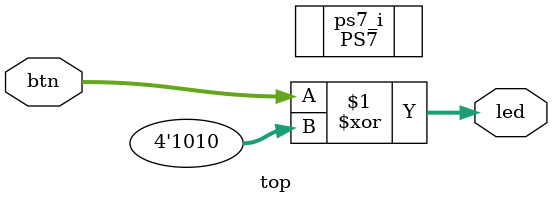
<source format=v>
module top(input [3:0] btn, output [3:0] led);
	assign led = btn ^ 4'b1010;
	(* keep *) PS7 ps7_i();
endmodule

</source>
